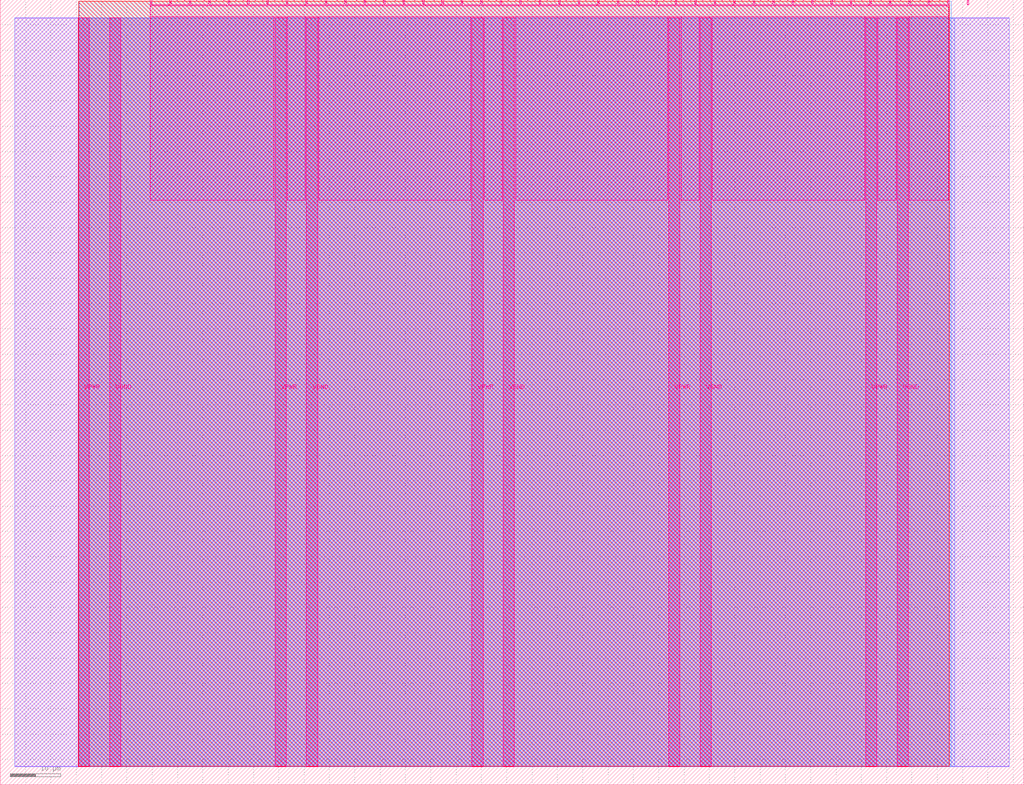
<source format=lef>
VERSION 5.7 ;
  NOWIREEXTENSIONATPIN ON ;
  DIVIDERCHAR "/" ;
  BUSBITCHARS "[]" ;
MACRO tt_um_wokwi_group_8
  CLASS BLOCK ;
  FOREIGN tt_um_wokwi_group_8 ;
  ORIGIN 0.000 0.000 ;
  SIZE 202.080 BY 154.980 ;
  PIN VGND
    DIRECTION INOUT ;
    USE GROUND ;
    PORT
      LAYER Metal5 ;
        RECT 21.580 3.560 23.780 151.420 ;
    END
    PORT
      LAYER Metal5 ;
        RECT 60.450 3.560 62.650 151.420 ;
    END
    PORT
      LAYER Metal5 ;
        RECT 99.320 3.560 101.520 151.420 ;
    END
    PORT
      LAYER Metal5 ;
        RECT 138.190 3.560 140.390 151.420 ;
    END
    PORT
      LAYER Metal5 ;
        RECT 177.060 3.560 179.260 151.420 ;
    END
  END VGND
  PIN VPWR
    DIRECTION INOUT ;
    USE POWER ;
    PORT
      LAYER Metal5 ;
        RECT 15.380 3.560 17.580 151.420 ;
    END
    PORT
      LAYER Metal5 ;
        RECT 54.250 3.560 56.450 151.420 ;
    END
    PORT
      LAYER Metal5 ;
        RECT 93.120 3.560 95.320 151.420 ;
    END
    PORT
      LAYER Metal5 ;
        RECT 131.990 3.560 134.190 151.420 ;
    END
    PORT
      LAYER Metal5 ;
        RECT 170.860 3.560 173.060 151.420 ;
    END
  END VPWR
  PIN clk
    DIRECTION INPUT ;
    USE SIGNAL ;
    ANTENNAGATEAREA 0.213200 ;
    PORT
      LAYER Metal5 ;
        RECT 187.050 153.980 187.350 154.980 ;
    END
  END clk
  PIN ena
    DIRECTION INPUT ;
    USE SIGNAL ;
    PORT
      LAYER Metal5 ;
        RECT 190.890 153.980 191.190 154.980 ;
    END
  END ena
  PIN rst_n
    DIRECTION INPUT ;
    USE SIGNAL ;
    ANTENNAGATEAREA 0.213200 ;
    PORT
      LAYER Metal5 ;
        RECT 183.210 153.980 183.510 154.980 ;
    END
  END rst_n
  PIN ui_in[0]
    DIRECTION INPUT ;
    USE SIGNAL ;
    ANTENNAGATEAREA 0.213200 ;
    PORT
      LAYER Metal5 ;
        RECT 179.370 153.980 179.670 154.980 ;
    END
  END ui_in[0]
  PIN ui_in[1]
    DIRECTION INPUT ;
    USE SIGNAL ;
    ANTENNAGATEAREA 0.180700 ;
    PORT
      LAYER Metal5 ;
        RECT 175.530 153.980 175.830 154.980 ;
    END
  END ui_in[1]
  PIN ui_in[2]
    DIRECTION INPUT ;
    USE SIGNAL ;
    ANTENNAGATEAREA 0.393900 ;
    PORT
      LAYER Metal5 ;
        RECT 171.690 153.980 171.990 154.980 ;
    END
  END ui_in[2]
  PIN ui_in[3]
    DIRECTION INPUT ;
    USE SIGNAL ;
    ANTENNAGATEAREA 0.180700 ;
    PORT
      LAYER Metal5 ;
        RECT 167.850 153.980 168.150 154.980 ;
    END
  END ui_in[3]
  PIN ui_in[4]
    DIRECTION INPUT ;
    USE SIGNAL ;
    ANTENNAGATEAREA 0.180700 ;
    PORT
      LAYER Metal5 ;
        RECT 164.010 153.980 164.310 154.980 ;
    END
  END ui_in[4]
  PIN ui_in[5]
    DIRECTION INPUT ;
    USE SIGNAL ;
    ANTENNAGATEAREA 0.213200 ;
    PORT
      LAYER Metal5 ;
        RECT 160.170 153.980 160.470 154.980 ;
    END
  END ui_in[5]
  PIN ui_in[6]
    DIRECTION INPUT ;
    USE SIGNAL ;
    ANTENNAGATEAREA 0.180700 ;
    PORT
      LAYER Metal5 ;
        RECT 156.330 153.980 156.630 154.980 ;
    END
  END ui_in[6]
  PIN ui_in[7]
    DIRECTION INPUT ;
    USE SIGNAL ;
    ANTENNAGATEAREA 0.213200 ;
    PORT
      LAYER Metal5 ;
        RECT 152.490 153.980 152.790 154.980 ;
    END
  END ui_in[7]
  PIN uio_in[0]
    DIRECTION INPUT ;
    USE SIGNAL ;
    ANTENNAGATEAREA 0.314600 ;
    PORT
      LAYER Metal5 ;
        RECT 148.650 153.980 148.950 154.980 ;
    END
  END uio_in[0]
  PIN uio_in[1]
    DIRECTION INPUT ;
    USE SIGNAL ;
    ANTENNAGATEAREA 0.314600 ;
    PORT
      LAYER Metal5 ;
        RECT 144.810 153.980 145.110 154.980 ;
    END
  END uio_in[1]
  PIN uio_in[2]
    DIRECTION INPUT ;
    USE SIGNAL ;
    ANTENNAGATEAREA 0.314600 ;
    PORT
      LAYER Metal5 ;
        RECT 140.970 153.980 141.270 154.980 ;
    END
  END uio_in[2]
  PIN uio_in[3]
    DIRECTION INPUT ;
    USE SIGNAL ;
    ANTENNAGATEAREA 0.213200 ;
    PORT
      LAYER Metal5 ;
        RECT 137.130 153.980 137.430 154.980 ;
    END
  END uio_in[3]
  PIN uio_in[4]
    DIRECTION INPUT ;
    USE SIGNAL ;
    PORT
      LAYER Metal5 ;
        RECT 133.290 153.980 133.590 154.980 ;
    END
  END uio_in[4]
  PIN uio_in[5]
    DIRECTION INPUT ;
    USE SIGNAL ;
    PORT
      LAYER Metal5 ;
        RECT 129.450 153.980 129.750 154.980 ;
    END
  END uio_in[5]
  PIN uio_in[6]
    DIRECTION INPUT ;
    USE SIGNAL ;
    PORT
      LAYER Metal5 ;
        RECT 125.610 153.980 125.910 154.980 ;
    END
  END uio_in[6]
  PIN uio_in[7]
    DIRECTION INPUT ;
    USE SIGNAL ;
    PORT
      LAYER Metal5 ;
        RECT 121.770 153.980 122.070 154.980 ;
    END
  END uio_in[7]
  PIN uio_oe[0]
    DIRECTION OUTPUT ;
    USE SIGNAL ;
    ANTENNADIFFAREA 0.299200 ;
    PORT
      LAYER Metal5 ;
        RECT 56.490 153.980 56.790 154.980 ;
    END
  END uio_oe[0]
  PIN uio_oe[1]
    DIRECTION OUTPUT ;
    USE SIGNAL ;
    ANTENNADIFFAREA 0.299200 ;
    PORT
      LAYER Metal5 ;
        RECT 52.650 153.980 52.950 154.980 ;
    END
  END uio_oe[1]
  PIN uio_oe[2]
    DIRECTION OUTPUT ;
    USE SIGNAL ;
    ANTENNADIFFAREA 0.299200 ;
    PORT
      LAYER Metal5 ;
        RECT 48.810 153.980 49.110 154.980 ;
    END
  END uio_oe[2]
  PIN uio_oe[3]
    DIRECTION OUTPUT ;
    USE SIGNAL ;
    ANTENNADIFFAREA 0.299200 ;
    PORT
      LAYER Metal5 ;
        RECT 44.970 153.980 45.270 154.980 ;
    END
  END uio_oe[3]
  PIN uio_oe[4]
    DIRECTION OUTPUT ;
    USE SIGNAL ;
    ANTENNADIFFAREA 0.299200 ;
    PORT
      LAYER Metal5 ;
        RECT 41.130 153.980 41.430 154.980 ;
    END
  END uio_oe[4]
  PIN uio_oe[5]
    DIRECTION OUTPUT ;
    USE SIGNAL ;
    ANTENNADIFFAREA 0.299200 ;
    PORT
      LAYER Metal5 ;
        RECT 37.290 153.980 37.590 154.980 ;
    END
  END uio_oe[5]
  PIN uio_oe[6]
    DIRECTION OUTPUT ;
    USE SIGNAL ;
    ANTENNADIFFAREA 0.299200 ;
    PORT
      LAYER Metal5 ;
        RECT 33.450 153.980 33.750 154.980 ;
    END
  END uio_oe[6]
  PIN uio_oe[7]
    DIRECTION OUTPUT ;
    USE SIGNAL ;
    ANTENNADIFFAREA 0.299200 ;
    PORT
      LAYER Metal5 ;
        RECT 29.610 153.980 29.910 154.980 ;
    END
  END uio_oe[7]
  PIN uio_out[0]
    DIRECTION OUTPUT ;
    USE SIGNAL ;
    ANTENNADIFFAREA 0.299200 ;
    PORT
      LAYER Metal5 ;
        RECT 87.210 153.980 87.510 154.980 ;
    END
  END uio_out[0]
  PIN uio_out[1]
    DIRECTION OUTPUT ;
    USE SIGNAL ;
    ANTENNADIFFAREA 0.299200 ;
    PORT
      LAYER Metal5 ;
        RECT 83.370 153.980 83.670 154.980 ;
    END
  END uio_out[1]
  PIN uio_out[2]
    DIRECTION OUTPUT ;
    USE SIGNAL ;
    ANTENNADIFFAREA 0.299200 ;
    PORT
      LAYER Metal5 ;
        RECT 79.530 153.980 79.830 154.980 ;
    END
  END uio_out[2]
  PIN uio_out[3]
    DIRECTION OUTPUT ;
    USE SIGNAL ;
    ANTENNADIFFAREA 0.299200 ;
    PORT
      LAYER Metal5 ;
        RECT 75.690 153.980 75.990 154.980 ;
    END
  END uio_out[3]
  PIN uio_out[4]
    DIRECTION OUTPUT ;
    USE SIGNAL ;
    ANTENNADIFFAREA 0.299200 ;
    PORT
      LAYER Metal5 ;
        RECT 71.850 153.980 72.150 154.980 ;
    END
  END uio_out[4]
  PIN uio_out[5]
    DIRECTION OUTPUT ;
    USE SIGNAL ;
    ANTENNADIFFAREA 0.299200 ;
    PORT
      LAYER Metal5 ;
        RECT 68.010 153.980 68.310 154.980 ;
    END
  END uio_out[5]
  PIN uio_out[6]
    DIRECTION OUTPUT ;
    USE SIGNAL ;
    ANTENNADIFFAREA 0.299200 ;
    PORT
      LAYER Metal5 ;
        RECT 64.170 153.980 64.470 154.980 ;
    END
  END uio_out[6]
  PIN uio_out[7]
    DIRECTION OUTPUT ;
    USE SIGNAL ;
    ANTENNADIFFAREA 0.299200 ;
    PORT
      LAYER Metal5 ;
        RECT 60.330 153.980 60.630 154.980 ;
    END
  END uio_out[7]
  PIN uo_out[0]
    DIRECTION OUTPUT ;
    USE SIGNAL ;
    ANTENNADIFFAREA 1.135700 ;
    PORT
      LAYER Metal5 ;
        RECT 117.930 153.980 118.230 154.980 ;
    END
  END uo_out[0]
  PIN uo_out[1]
    DIRECTION OUTPUT ;
    USE SIGNAL ;
    ANTENNADIFFAREA 1.135700 ;
    PORT
      LAYER Metal5 ;
        RECT 114.090 153.980 114.390 154.980 ;
    END
  END uo_out[1]
  PIN uo_out[2]
    DIRECTION OUTPUT ;
    USE SIGNAL ;
    ANTENNADIFFAREA 1.135700 ;
    PORT
      LAYER Metal5 ;
        RECT 110.250 153.980 110.550 154.980 ;
    END
  END uo_out[2]
  PIN uo_out[3]
    DIRECTION OUTPUT ;
    USE SIGNAL ;
    ANTENNADIFFAREA 0.958400 ;
    PORT
      LAYER Metal5 ;
        RECT 106.410 153.980 106.710 154.980 ;
    END
  END uo_out[3]
  PIN uo_out[4]
    DIRECTION OUTPUT ;
    USE SIGNAL ;
    ANTENNADIFFAREA 0.615900 ;
    PORT
      LAYER Metal5 ;
        RECT 102.570 153.980 102.870 154.980 ;
    END
  END uo_out[4]
  PIN uo_out[5]
    DIRECTION OUTPUT ;
    USE SIGNAL ;
    ANTENNADIFFAREA 0.958400 ;
    PORT
      LAYER Metal5 ;
        RECT 98.730 153.980 99.030 154.980 ;
    END
  END uo_out[5]
  PIN uo_out[6]
    DIRECTION OUTPUT ;
    USE SIGNAL ;
    ANTENNADIFFAREA 1.102800 ;
    PORT
      LAYER Metal5 ;
        RECT 94.890 153.980 95.190 154.980 ;
    END
  END uo_out[6]
  PIN uo_out[7]
    DIRECTION OUTPUT ;
    USE SIGNAL ;
    ANTENNADIFFAREA 0.677200 ;
    PORT
      LAYER Metal5 ;
        RECT 91.050 153.980 91.350 154.980 ;
    END
  END uo_out[7]
  OBS
      LAYER GatPoly ;
        RECT 2.880 3.630 199.200 151.350 ;
      LAYER Metal1 ;
        RECT 2.880 3.560 199.200 151.420 ;
      LAYER Metal2 ;
        RECT 15.515 3.680 188.435 151.300 ;
      LAYER Metal3 ;
        RECT 15.560 3.635 187.780 154.705 ;
      LAYER Metal4 ;
        RECT 15.515 3.680 187.345 154.660 ;
      LAYER Metal5 ;
        RECT 30.120 153.770 33.240 153.980 ;
        RECT 33.960 153.770 37.080 153.980 ;
        RECT 37.800 153.770 40.920 153.980 ;
        RECT 41.640 153.770 44.760 153.980 ;
        RECT 45.480 153.770 48.600 153.980 ;
        RECT 49.320 153.770 52.440 153.980 ;
        RECT 53.160 153.770 56.280 153.980 ;
        RECT 57.000 153.770 60.120 153.980 ;
        RECT 60.840 153.770 63.960 153.980 ;
        RECT 64.680 153.770 67.800 153.980 ;
        RECT 68.520 153.770 71.640 153.980 ;
        RECT 72.360 153.770 75.480 153.980 ;
        RECT 76.200 153.770 79.320 153.980 ;
        RECT 80.040 153.770 83.160 153.980 ;
        RECT 83.880 153.770 87.000 153.980 ;
        RECT 87.720 153.770 90.840 153.980 ;
        RECT 91.560 153.770 94.680 153.980 ;
        RECT 95.400 153.770 98.520 153.980 ;
        RECT 99.240 153.770 102.360 153.980 ;
        RECT 103.080 153.770 106.200 153.980 ;
        RECT 106.920 153.770 110.040 153.980 ;
        RECT 110.760 153.770 113.880 153.980 ;
        RECT 114.600 153.770 117.720 153.980 ;
        RECT 118.440 153.770 121.560 153.980 ;
        RECT 122.280 153.770 125.400 153.980 ;
        RECT 126.120 153.770 129.240 153.980 ;
        RECT 129.960 153.770 133.080 153.980 ;
        RECT 133.800 153.770 136.920 153.980 ;
        RECT 137.640 153.770 140.760 153.980 ;
        RECT 141.480 153.770 144.600 153.980 ;
        RECT 145.320 153.770 148.440 153.980 ;
        RECT 149.160 153.770 152.280 153.980 ;
        RECT 153.000 153.770 156.120 153.980 ;
        RECT 156.840 153.770 159.960 153.980 ;
        RECT 160.680 153.770 163.800 153.980 ;
        RECT 164.520 153.770 167.640 153.980 ;
        RECT 168.360 153.770 171.480 153.980 ;
        RECT 172.200 153.770 175.320 153.980 ;
        RECT 176.040 153.770 179.160 153.980 ;
        RECT 179.880 153.770 183.000 153.980 ;
        RECT 183.720 153.770 186.840 153.980 ;
        RECT 29.660 151.630 187.300 153.770 ;
        RECT 29.660 115.355 54.040 151.630 ;
        RECT 56.660 115.355 60.240 151.630 ;
        RECT 62.860 115.355 92.910 151.630 ;
        RECT 95.530 115.355 99.110 151.630 ;
        RECT 101.730 115.355 131.780 151.630 ;
        RECT 134.400 115.355 137.980 151.630 ;
        RECT 140.600 115.355 170.650 151.630 ;
        RECT 173.270 115.355 176.850 151.630 ;
        RECT 179.470 115.355 187.300 151.630 ;
  END
END tt_um_wokwi_group_8
END LIBRARY


</source>
